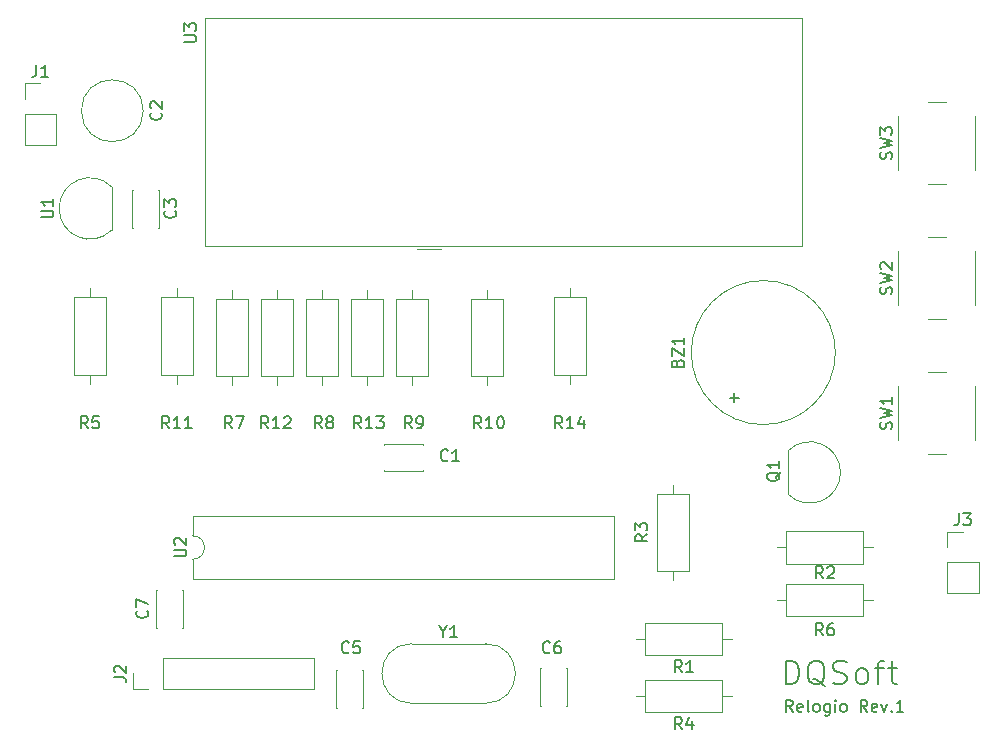
<source format=gbr>
G04 #@! TF.GenerationSoftware,KiCad,Pcbnew,(5.1.0)-1*
G04 #@! TF.CreationDate,2019-07-19T11:38:46-03:00*
G04 #@! TF.ProjectId,Capacimetro_v2,43617061-6369-46d6-9574-726f5f76322e,rev?*
G04 #@! TF.SameCoordinates,Original*
G04 #@! TF.FileFunction,Legend,Top*
G04 #@! TF.FilePolarity,Positive*
%FSLAX46Y46*%
G04 Gerber Fmt 4.6, Leading zero omitted, Abs format (unit mm)*
G04 Created by KiCad (PCBNEW (5.1.0)-1) date 2019-07-19 11:38:46*
%MOMM*%
%LPD*%
G04 APERTURE LIST*
%ADD10C,0.150000*%
%ADD11C,0.120000*%
G04 APERTURE END LIST*
D10*
X80836047Y-75509380D02*
X80502714Y-75033190D01*
X80264619Y-75509380D02*
X80264619Y-74509380D01*
X80645571Y-74509380D01*
X80740809Y-74557000D01*
X80788428Y-74604619D01*
X80836047Y-74699857D01*
X80836047Y-74842714D01*
X80788428Y-74937952D01*
X80740809Y-74985571D01*
X80645571Y-75033190D01*
X80264619Y-75033190D01*
X81645571Y-75461761D02*
X81550333Y-75509380D01*
X81359857Y-75509380D01*
X81264619Y-75461761D01*
X81217000Y-75366523D01*
X81217000Y-74985571D01*
X81264619Y-74890333D01*
X81359857Y-74842714D01*
X81550333Y-74842714D01*
X81645571Y-74890333D01*
X81693190Y-74985571D01*
X81693190Y-75080809D01*
X81217000Y-75176047D01*
X82264619Y-75509380D02*
X82169380Y-75461761D01*
X82121761Y-75366523D01*
X82121761Y-74509380D01*
X82788428Y-75509380D02*
X82693190Y-75461761D01*
X82645571Y-75414142D01*
X82597952Y-75318904D01*
X82597952Y-75033190D01*
X82645571Y-74937952D01*
X82693190Y-74890333D01*
X82788428Y-74842714D01*
X82931285Y-74842714D01*
X83026523Y-74890333D01*
X83074142Y-74937952D01*
X83121761Y-75033190D01*
X83121761Y-75318904D01*
X83074142Y-75414142D01*
X83026523Y-75461761D01*
X82931285Y-75509380D01*
X82788428Y-75509380D01*
X83978904Y-74842714D02*
X83978904Y-75652238D01*
X83931285Y-75747476D01*
X83883666Y-75795095D01*
X83788428Y-75842714D01*
X83645571Y-75842714D01*
X83550333Y-75795095D01*
X83978904Y-75461761D02*
X83883666Y-75509380D01*
X83693190Y-75509380D01*
X83597952Y-75461761D01*
X83550333Y-75414142D01*
X83502714Y-75318904D01*
X83502714Y-75033190D01*
X83550333Y-74937952D01*
X83597952Y-74890333D01*
X83693190Y-74842714D01*
X83883666Y-74842714D01*
X83978904Y-74890333D01*
X84455095Y-75509380D02*
X84455095Y-74842714D01*
X84455095Y-74509380D02*
X84407476Y-74557000D01*
X84455095Y-74604619D01*
X84502714Y-74557000D01*
X84455095Y-74509380D01*
X84455095Y-74604619D01*
X85074142Y-75509380D02*
X84978904Y-75461761D01*
X84931285Y-75414142D01*
X84883666Y-75318904D01*
X84883666Y-75033190D01*
X84931285Y-74937952D01*
X84978904Y-74890333D01*
X85074142Y-74842714D01*
X85217000Y-74842714D01*
X85312238Y-74890333D01*
X85359857Y-74937952D01*
X85407476Y-75033190D01*
X85407476Y-75318904D01*
X85359857Y-75414142D01*
X85312238Y-75461761D01*
X85217000Y-75509380D01*
X85074142Y-75509380D01*
X87169380Y-75509380D02*
X86836047Y-75033190D01*
X86597952Y-75509380D02*
X86597952Y-74509380D01*
X86978904Y-74509380D01*
X87074142Y-74557000D01*
X87121761Y-74604619D01*
X87169380Y-74699857D01*
X87169380Y-74842714D01*
X87121761Y-74937952D01*
X87074142Y-74985571D01*
X86978904Y-75033190D01*
X86597952Y-75033190D01*
X87978904Y-75461761D02*
X87883666Y-75509380D01*
X87693190Y-75509380D01*
X87597952Y-75461761D01*
X87550333Y-75366523D01*
X87550333Y-74985571D01*
X87597952Y-74890333D01*
X87693190Y-74842714D01*
X87883666Y-74842714D01*
X87978904Y-74890333D01*
X88026523Y-74985571D01*
X88026523Y-75080809D01*
X87550333Y-75176047D01*
X88359857Y-74842714D02*
X88597952Y-75509380D01*
X88836047Y-74842714D01*
X89217000Y-75414142D02*
X89264619Y-75461761D01*
X89217000Y-75509380D01*
X89169380Y-75461761D01*
X89217000Y-75414142D01*
X89217000Y-75509380D01*
X90217000Y-75509380D02*
X89645571Y-75509380D01*
X89931285Y-75509380D02*
X89931285Y-74509380D01*
X89836047Y-74652238D01*
X89740809Y-74747476D01*
X89645571Y-74795095D01*
X80264571Y-73167761D02*
X80264571Y-71167761D01*
X80740761Y-71167761D01*
X81026476Y-71263000D01*
X81216952Y-71453476D01*
X81312190Y-71643952D01*
X81407428Y-72024904D01*
X81407428Y-72310619D01*
X81312190Y-72691571D01*
X81216952Y-72882047D01*
X81026476Y-73072523D01*
X80740761Y-73167761D01*
X80264571Y-73167761D01*
X83597904Y-73358238D02*
X83407428Y-73263000D01*
X83216952Y-73072523D01*
X82931238Y-72786809D01*
X82740761Y-72691571D01*
X82550285Y-72691571D01*
X82645523Y-73167761D02*
X82455047Y-73072523D01*
X82264571Y-72882047D01*
X82169333Y-72501095D01*
X82169333Y-71834428D01*
X82264571Y-71453476D01*
X82455047Y-71263000D01*
X82645523Y-71167761D01*
X83026476Y-71167761D01*
X83216952Y-71263000D01*
X83407428Y-71453476D01*
X83502666Y-71834428D01*
X83502666Y-72501095D01*
X83407428Y-72882047D01*
X83216952Y-73072523D01*
X83026476Y-73167761D01*
X82645523Y-73167761D01*
X84264571Y-73072523D02*
X84550285Y-73167761D01*
X85026476Y-73167761D01*
X85216952Y-73072523D01*
X85312190Y-72977285D01*
X85407428Y-72786809D01*
X85407428Y-72596333D01*
X85312190Y-72405857D01*
X85216952Y-72310619D01*
X85026476Y-72215380D01*
X84645523Y-72120142D01*
X84455047Y-72024904D01*
X84359809Y-71929666D01*
X84264571Y-71739190D01*
X84264571Y-71548714D01*
X84359809Y-71358238D01*
X84455047Y-71263000D01*
X84645523Y-71167761D01*
X85121714Y-71167761D01*
X85407428Y-71263000D01*
X86550285Y-73167761D02*
X86359809Y-73072523D01*
X86264571Y-72977285D01*
X86169333Y-72786809D01*
X86169333Y-72215380D01*
X86264571Y-72024904D01*
X86359809Y-71929666D01*
X86550285Y-71834428D01*
X86836000Y-71834428D01*
X87026476Y-71929666D01*
X87121714Y-72024904D01*
X87216952Y-72215380D01*
X87216952Y-72786809D01*
X87121714Y-72977285D01*
X87026476Y-73072523D01*
X86836000Y-73167761D01*
X86550285Y-73167761D01*
X87788380Y-71834428D02*
X88550285Y-71834428D01*
X88074095Y-73167761D02*
X88074095Y-71453476D01*
X88169333Y-71263000D01*
X88359809Y-71167761D01*
X88550285Y-71167761D01*
X88931238Y-71834428D02*
X89693142Y-71834428D01*
X89216952Y-71167761D02*
X89216952Y-72882047D01*
X89312190Y-73072523D01*
X89502666Y-73167761D01*
X89693142Y-73167761D01*
D11*
X23186000Y-34693000D02*
X23186000Y-31093000D01*
X23174478Y-34731478D02*
G75*
G02X18736000Y-32893000I-1838478J1838478D01*
G01*
X23174478Y-31054522D02*
G75*
G03X18736000Y-32893000I-1838478J-1838478D01*
G01*
X22706000Y-40418000D02*
X19966000Y-40418000D01*
X19966000Y-40418000D02*
X19966000Y-46958000D01*
X19966000Y-46958000D02*
X22706000Y-46958000D01*
X22706000Y-46958000D02*
X22706000Y-40418000D01*
X21336000Y-39648000D02*
X21336000Y-40418000D01*
X21336000Y-47728000D02*
X21336000Y-46958000D01*
X80296000Y-60225000D02*
X80296000Y-62965000D01*
X80296000Y-62965000D02*
X86836000Y-62965000D01*
X86836000Y-62965000D02*
X86836000Y-60225000D01*
X86836000Y-60225000D02*
X80296000Y-60225000D01*
X79526000Y-61595000D02*
X80296000Y-61595000D01*
X87606000Y-61595000D02*
X86836000Y-61595000D01*
X96305000Y-52467000D02*
X96305000Y-47967000D01*
X92305000Y-53717000D02*
X93805000Y-53717000D01*
X89805000Y-47967000D02*
X89805000Y-52467000D01*
X93805000Y-46717000D02*
X92305000Y-46717000D01*
X31118000Y-36036000D02*
X31118000Y-16796000D01*
X31118000Y-36036000D02*
X81658000Y-36036000D01*
X81658000Y-36036000D02*
X81658000Y-16796000D01*
X81658000Y-16796000D02*
X31118000Y-16796000D01*
X49038000Y-36286000D02*
X51038000Y-36286000D01*
X30039000Y-60595000D02*
G75*
G02X30039000Y-62595000I0J-1000000D01*
G01*
X30039000Y-62595000D02*
X30039000Y-64245000D01*
X30039000Y-64245000D02*
X65719000Y-64245000D01*
X65719000Y-64245000D02*
X65719000Y-58945000D01*
X65719000Y-58945000D02*
X30039000Y-58945000D01*
X30039000Y-58945000D02*
X30039000Y-60595000D01*
X15815000Y-22292000D02*
X17145000Y-22292000D01*
X15815000Y-23622000D02*
X15815000Y-22292000D01*
X15815000Y-24892000D02*
X18475000Y-24892000D01*
X18475000Y-24892000D02*
X18475000Y-27492000D01*
X15815000Y-24892000D02*
X15815000Y-27492000D01*
X15815000Y-27492000D02*
X18475000Y-27492000D01*
X84459000Y-45095000D02*
G75*
G03X84459000Y-45095000I-6100000J0D01*
G01*
X46279000Y-52920000D02*
X46279000Y-52855000D01*
X46279000Y-55095000D02*
X46279000Y-55030000D01*
X49519000Y-52920000D02*
X49519000Y-52855000D01*
X49519000Y-55095000D02*
X49519000Y-55030000D01*
X49519000Y-52855000D02*
X46279000Y-52855000D01*
X49519000Y-55095000D02*
X46279000Y-55095000D01*
X25861000Y-24622000D02*
G75*
G03X25861000Y-24622000I-2620000J0D01*
G01*
X24915000Y-34533000D02*
X24915000Y-31293000D01*
X27155000Y-34533000D02*
X27155000Y-31293000D01*
X24915000Y-34533000D02*
X24980000Y-34533000D01*
X27090000Y-34533000D02*
X27155000Y-34533000D01*
X24915000Y-31293000D02*
X24980000Y-31293000D01*
X27090000Y-31293000D02*
X27155000Y-31293000D01*
X44362000Y-71933000D02*
X44427000Y-71933000D01*
X42187000Y-71933000D02*
X42252000Y-71933000D01*
X44362000Y-75173000D02*
X44427000Y-75173000D01*
X42187000Y-75173000D02*
X42252000Y-75173000D01*
X44427000Y-75173000D02*
X44427000Y-71933000D01*
X42187000Y-75173000D02*
X42187000Y-71933000D01*
X59459000Y-75046000D02*
X59459000Y-71806000D01*
X61699000Y-75046000D02*
X61699000Y-71806000D01*
X59459000Y-75046000D02*
X59524000Y-75046000D01*
X61634000Y-75046000D02*
X61699000Y-75046000D01*
X59459000Y-71806000D02*
X59524000Y-71806000D01*
X61634000Y-71806000D02*
X61699000Y-71806000D01*
X26947000Y-68402000D02*
X26947000Y-65162000D01*
X29187000Y-68402000D02*
X29187000Y-65162000D01*
X26947000Y-68402000D02*
X27012000Y-68402000D01*
X29122000Y-68402000D02*
X29187000Y-68402000D01*
X26947000Y-65162000D02*
X27012000Y-65162000D01*
X29122000Y-65162000D02*
X29187000Y-65162000D01*
X40319000Y-73593000D02*
X40319000Y-70933000D01*
X27559000Y-73593000D02*
X40319000Y-73593000D01*
X27559000Y-70933000D02*
X40319000Y-70933000D01*
X27559000Y-73593000D02*
X27559000Y-70933000D01*
X26289000Y-73593000D02*
X24959000Y-73593000D01*
X24959000Y-73593000D02*
X24959000Y-72263000D01*
X93920000Y-65465000D02*
X96580000Y-65465000D01*
X93920000Y-62865000D02*
X93920000Y-65465000D01*
X96580000Y-62865000D02*
X96580000Y-65465000D01*
X93920000Y-62865000D02*
X96580000Y-62865000D01*
X93920000Y-61595000D02*
X93920000Y-60265000D01*
X93920000Y-60265000D02*
X95250000Y-60265000D01*
X80446000Y-53445000D02*
X80446000Y-57045000D01*
X80457522Y-53406522D02*
G75*
G02X84896000Y-55245000I1838478J-1838478D01*
G01*
X80457522Y-57083478D02*
G75*
G03X84896000Y-55245000I1838478J1838478D01*
G01*
X67588000Y-69342000D02*
X68358000Y-69342000D01*
X75668000Y-69342000D02*
X74898000Y-69342000D01*
X68358000Y-70712000D02*
X74898000Y-70712000D01*
X68358000Y-67972000D02*
X68358000Y-70712000D01*
X74898000Y-67972000D02*
X68358000Y-67972000D01*
X74898000Y-70712000D02*
X74898000Y-67972000D01*
X72109000Y-57055000D02*
X69369000Y-57055000D01*
X69369000Y-57055000D02*
X69369000Y-63595000D01*
X69369000Y-63595000D02*
X72109000Y-63595000D01*
X72109000Y-63595000D02*
X72109000Y-57055000D01*
X70739000Y-56285000D02*
X70739000Y-57055000D01*
X70739000Y-64365000D02*
X70739000Y-63595000D01*
X67588000Y-74168000D02*
X68358000Y-74168000D01*
X75668000Y-74168000D02*
X74898000Y-74168000D01*
X68358000Y-75538000D02*
X74898000Y-75538000D01*
X68358000Y-72798000D02*
X68358000Y-75538000D01*
X74898000Y-72798000D02*
X68358000Y-72798000D01*
X74898000Y-75538000D02*
X74898000Y-72798000D01*
X80296000Y-64670000D02*
X80296000Y-67410000D01*
X80296000Y-67410000D02*
X86836000Y-67410000D01*
X86836000Y-67410000D02*
X86836000Y-64670000D01*
X86836000Y-64670000D02*
X80296000Y-64670000D01*
X79526000Y-66040000D02*
X80296000Y-66040000D01*
X87606000Y-66040000D02*
X86836000Y-66040000D01*
X34771000Y-40545000D02*
X32031000Y-40545000D01*
X32031000Y-40545000D02*
X32031000Y-47085000D01*
X32031000Y-47085000D02*
X34771000Y-47085000D01*
X34771000Y-47085000D02*
X34771000Y-40545000D01*
X33401000Y-39775000D02*
X33401000Y-40545000D01*
X33401000Y-47855000D02*
X33401000Y-47085000D01*
X42391000Y-40545000D02*
X39651000Y-40545000D01*
X39651000Y-40545000D02*
X39651000Y-47085000D01*
X39651000Y-47085000D02*
X42391000Y-47085000D01*
X42391000Y-47085000D02*
X42391000Y-40545000D01*
X41021000Y-39775000D02*
X41021000Y-40545000D01*
X41021000Y-47855000D02*
X41021000Y-47085000D01*
X48641000Y-47855000D02*
X48641000Y-47085000D01*
X48641000Y-39775000D02*
X48641000Y-40545000D01*
X50011000Y-47085000D02*
X50011000Y-40545000D01*
X47271000Y-47085000D02*
X50011000Y-47085000D01*
X47271000Y-40545000D02*
X47271000Y-47085000D01*
X50011000Y-40545000D02*
X47271000Y-40545000D01*
X54991000Y-39775000D02*
X54991000Y-40545000D01*
X54991000Y-47855000D02*
X54991000Y-47085000D01*
X53621000Y-40545000D02*
X53621000Y-47085000D01*
X56361000Y-40545000D02*
X53621000Y-40545000D01*
X56361000Y-47085000D02*
X56361000Y-40545000D01*
X53621000Y-47085000D02*
X56361000Y-47085000D01*
X28702000Y-47728000D02*
X28702000Y-46958000D01*
X28702000Y-39648000D02*
X28702000Y-40418000D01*
X30072000Y-46958000D02*
X30072000Y-40418000D01*
X27332000Y-46958000D02*
X30072000Y-46958000D01*
X27332000Y-40418000D02*
X27332000Y-46958000D01*
X30072000Y-40418000D02*
X27332000Y-40418000D01*
X37211000Y-47855000D02*
X37211000Y-47085000D01*
X37211000Y-39775000D02*
X37211000Y-40545000D01*
X38581000Y-47085000D02*
X38581000Y-40545000D01*
X35841000Y-47085000D02*
X38581000Y-47085000D01*
X35841000Y-40545000D02*
X35841000Y-47085000D01*
X38581000Y-40545000D02*
X35841000Y-40545000D01*
X44831000Y-47855000D02*
X44831000Y-47085000D01*
X44831000Y-39775000D02*
X44831000Y-40545000D01*
X46201000Y-47085000D02*
X46201000Y-40545000D01*
X43461000Y-47085000D02*
X46201000Y-47085000D01*
X43461000Y-40545000D02*
X43461000Y-47085000D01*
X46201000Y-40545000D02*
X43461000Y-40545000D01*
X63346000Y-40418000D02*
X60606000Y-40418000D01*
X60606000Y-40418000D02*
X60606000Y-46958000D01*
X60606000Y-46958000D02*
X63346000Y-46958000D01*
X63346000Y-46958000D02*
X63346000Y-40418000D01*
X61976000Y-39648000D02*
X61976000Y-40418000D01*
X61976000Y-47728000D02*
X61976000Y-46958000D01*
X93805000Y-35287000D02*
X92305000Y-35287000D01*
X89805000Y-36537000D02*
X89805000Y-41037000D01*
X92305000Y-42287000D02*
X93805000Y-42287000D01*
X96305000Y-41037000D02*
X96305000Y-36537000D01*
X96305000Y-29607000D02*
X96305000Y-25107000D01*
X92305000Y-30857000D02*
X93805000Y-30857000D01*
X89805000Y-25107000D02*
X89805000Y-29607000D01*
X93805000Y-23857000D02*
X92305000Y-23857000D01*
X48591000Y-69738000D02*
X54841000Y-69738000D01*
X48591000Y-74788000D02*
X54841000Y-74788000D01*
X48591000Y-74788000D02*
G75*
G02X48591000Y-69738000I0J2525000D01*
G01*
X54841000Y-74788000D02*
G75*
G03X54841000Y-69738000I0J2525000D01*
G01*
D10*
X17228380Y-33654904D02*
X18037904Y-33654904D01*
X18133142Y-33607285D01*
X18180761Y-33559666D01*
X18228380Y-33464428D01*
X18228380Y-33273952D01*
X18180761Y-33178714D01*
X18133142Y-33131095D01*
X18037904Y-33083476D01*
X17228380Y-33083476D01*
X18228380Y-32083476D02*
X18228380Y-32654904D01*
X18228380Y-32369190D02*
X17228380Y-32369190D01*
X17371238Y-32464428D01*
X17466476Y-32559666D01*
X17514095Y-32654904D01*
X21169333Y-51506380D02*
X20836000Y-51030190D01*
X20597904Y-51506380D02*
X20597904Y-50506380D01*
X20978857Y-50506380D01*
X21074095Y-50554000D01*
X21121714Y-50601619D01*
X21169333Y-50696857D01*
X21169333Y-50839714D01*
X21121714Y-50934952D01*
X21074095Y-50982571D01*
X20978857Y-51030190D01*
X20597904Y-51030190D01*
X22074095Y-50506380D02*
X21597904Y-50506380D01*
X21550285Y-50982571D01*
X21597904Y-50934952D01*
X21693142Y-50887333D01*
X21931238Y-50887333D01*
X22026476Y-50934952D01*
X22074095Y-50982571D01*
X22121714Y-51077809D01*
X22121714Y-51315904D01*
X22074095Y-51411142D01*
X22026476Y-51458761D01*
X21931238Y-51506380D01*
X21693142Y-51506380D01*
X21597904Y-51458761D01*
X21550285Y-51411142D01*
X83399333Y-64206380D02*
X83066000Y-63730190D01*
X82827904Y-64206380D02*
X82827904Y-63206380D01*
X83208857Y-63206380D01*
X83304095Y-63254000D01*
X83351714Y-63301619D01*
X83399333Y-63396857D01*
X83399333Y-63539714D01*
X83351714Y-63634952D01*
X83304095Y-63682571D01*
X83208857Y-63730190D01*
X82827904Y-63730190D01*
X83780285Y-63301619D02*
X83827904Y-63254000D01*
X83923142Y-63206380D01*
X84161238Y-63206380D01*
X84256476Y-63254000D01*
X84304095Y-63301619D01*
X84351714Y-63396857D01*
X84351714Y-63492095D01*
X84304095Y-63634952D01*
X83732666Y-64206380D01*
X84351714Y-64206380D01*
X89209761Y-51550333D02*
X89257380Y-51407476D01*
X89257380Y-51169380D01*
X89209761Y-51074142D01*
X89162142Y-51026523D01*
X89066904Y-50978904D01*
X88971666Y-50978904D01*
X88876428Y-51026523D01*
X88828809Y-51074142D01*
X88781190Y-51169380D01*
X88733571Y-51359857D01*
X88685952Y-51455095D01*
X88638333Y-51502714D01*
X88543095Y-51550333D01*
X88447857Y-51550333D01*
X88352619Y-51502714D01*
X88305000Y-51455095D01*
X88257380Y-51359857D01*
X88257380Y-51121761D01*
X88305000Y-50978904D01*
X88257380Y-50645571D02*
X89257380Y-50407476D01*
X88543095Y-50217000D01*
X89257380Y-50026523D01*
X88257380Y-49788428D01*
X89257380Y-48883666D02*
X89257380Y-49455095D01*
X89257380Y-49169380D02*
X88257380Y-49169380D01*
X88400238Y-49264619D01*
X88495476Y-49359857D01*
X88543095Y-49455095D01*
X29340380Y-18795904D02*
X30149904Y-18795904D01*
X30245142Y-18748285D01*
X30292761Y-18700666D01*
X30340380Y-18605428D01*
X30340380Y-18414952D01*
X30292761Y-18319714D01*
X30245142Y-18272095D01*
X30149904Y-18224476D01*
X29340380Y-18224476D01*
X29340380Y-17843523D02*
X29340380Y-17224476D01*
X29721333Y-17557809D01*
X29721333Y-17414952D01*
X29768952Y-17319714D01*
X29816571Y-17272095D01*
X29911809Y-17224476D01*
X30149904Y-17224476D01*
X30245142Y-17272095D01*
X30292761Y-17319714D01*
X30340380Y-17414952D01*
X30340380Y-17700666D01*
X30292761Y-17795904D01*
X30245142Y-17843523D01*
X28491380Y-62356904D02*
X29300904Y-62356904D01*
X29396142Y-62309285D01*
X29443761Y-62261666D01*
X29491380Y-62166428D01*
X29491380Y-61975952D01*
X29443761Y-61880714D01*
X29396142Y-61833095D01*
X29300904Y-61785476D01*
X28491380Y-61785476D01*
X28586619Y-61356904D02*
X28539000Y-61309285D01*
X28491380Y-61214047D01*
X28491380Y-60975952D01*
X28539000Y-60880714D01*
X28586619Y-60833095D01*
X28681857Y-60785476D01*
X28777095Y-60785476D01*
X28919952Y-60833095D01*
X29491380Y-61404523D01*
X29491380Y-60785476D01*
X16811666Y-20744380D02*
X16811666Y-21458666D01*
X16764047Y-21601523D01*
X16668809Y-21696761D01*
X16525952Y-21744380D01*
X16430714Y-21744380D01*
X17811666Y-21744380D02*
X17240238Y-21744380D01*
X17525952Y-21744380D02*
X17525952Y-20744380D01*
X17430714Y-20887238D01*
X17335476Y-20982476D01*
X17240238Y-21030095D01*
X71087571Y-45975952D02*
X71135190Y-45833095D01*
X71182809Y-45785476D01*
X71278047Y-45737857D01*
X71420904Y-45737857D01*
X71516142Y-45785476D01*
X71563761Y-45833095D01*
X71611380Y-45928333D01*
X71611380Y-46309285D01*
X70611380Y-46309285D01*
X70611380Y-45975952D01*
X70659000Y-45880714D01*
X70706619Y-45833095D01*
X70801857Y-45785476D01*
X70897095Y-45785476D01*
X70992333Y-45833095D01*
X71039952Y-45880714D01*
X71087571Y-45975952D01*
X71087571Y-46309285D01*
X70611380Y-45404523D02*
X70611380Y-44737857D01*
X71611380Y-45404523D01*
X71611380Y-44737857D01*
X71611380Y-43833095D02*
X71611380Y-44404523D01*
X71611380Y-44118809D02*
X70611380Y-44118809D01*
X70754238Y-44214047D01*
X70849476Y-44309285D01*
X70897095Y-44404523D01*
X75890428Y-49285952D02*
X75890428Y-48524047D01*
X76271380Y-48905000D02*
X75509476Y-48905000D01*
X51649333Y-54205142D02*
X51601714Y-54252761D01*
X51458857Y-54300380D01*
X51363619Y-54300380D01*
X51220761Y-54252761D01*
X51125523Y-54157523D01*
X51077904Y-54062285D01*
X51030285Y-53871809D01*
X51030285Y-53728952D01*
X51077904Y-53538476D01*
X51125523Y-53443238D01*
X51220761Y-53348000D01*
X51363619Y-53300380D01*
X51458857Y-53300380D01*
X51601714Y-53348000D01*
X51649333Y-53395619D01*
X52601714Y-54300380D02*
X52030285Y-54300380D01*
X52316000Y-54300380D02*
X52316000Y-53300380D01*
X52220761Y-53443238D01*
X52125523Y-53538476D01*
X52030285Y-53586095D01*
X27348142Y-24788666D02*
X27395761Y-24836285D01*
X27443380Y-24979142D01*
X27443380Y-25074380D01*
X27395761Y-25217238D01*
X27300523Y-25312476D01*
X27205285Y-25360095D01*
X27014809Y-25407714D01*
X26871952Y-25407714D01*
X26681476Y-25360095D01*
X26586238Y-25312476D01*
X26491000Y-25217238D01*
X26443380Y-25074380D01*
X26443380Y-24979142D01*
X26491000Y-24836285D01*
X26538619Y-24788666D01*
X26538619Y-24407714D02*
X26491000Y-24360095D01*
X26443380Y-24264857D01*
X26443380Y-24026761D01*
X26491000Y-23931523D01*
X26538619Y-23883904D01*
X26633857Y-23836285D01*
X26729095Y-23836285D01*
X26871952Y-23883904D01*
X27443380Y-24455333D01*
X27443380Y-23836285D01*
X28551142Y-33079666D02*
X28598761Y-33127285D01*
X28646380Y-33270142D01*
X28646380Y-33365380D01*
X28598761Y-33508238D01*
X28503523Y-33603476D01*
X28408285Y-33651095D01*
X28217809Y-33698714D01*
X28074952Y-33698714D01*
X27884476Y-33651095D01*
X27789238Y-33603476D01*
X27694000Y-33508238D01*
X27646380Y-33365380D01*
X27646380Y-33270142D01*
X27694000Y-33127285D01*
X27741619Y-33079666D01*
X27646380Y-32746333D02*
X27646380Y-32127285D01*
X28027333Y-32460619D01*
X28027333Y-32317761D01*
X28074952Y-32222523D01*
X28122571Y-32174904D01*
X28217809Y-32127285D01*
X28455904Y-32127285D01*
X28551142Y-32174904D01*
X28598761Y-32222523D01*
X28646380Y-32317761D01*
X28646380Y-32603476D01*
X28598761Y-32698714D01*
X28551142Y-32746333D01*
X43267333Y-70461142D02*
X43219714Y-70508761D01*
X43076857Y-70556380D01*
X42981619Y-70556380D01*
X42838761Y-70508761D01*
X42743523Y-70413523D01*
X42695904Y-70318285D01*
X42648285Y-70127809D01*
X42648285Y-69984952D01*
X42695904Y-69794476D01*
X42743523Y-69699238D01*
X42838761Y-69604000D01*
X42981619Y-69556380D01*
X43076857Y-69556380D01*
X43219714Y-69604000D01*
X43267333Y-69651619D01*
X44172095Y-69556380D02*
X43695904Y-69556380D01*
X43648285Y-70032571D01*
X43695904Y-69984952D01*
X43791142Y-69937333D01*
X44029238Y-69937333D01*
X44124476Y-69984952D01*
X44172095Y-70032571D01*
X44219714Y-70127809D01*
X44219714Y-70365904D01*
X44172095Y-70461142D01*
X44124476Y-70508761D01*
X44029238Y-70556380D01*
X43791142Y-70556380D01*
X43695904Y-70508761D01*
X43648285Y-70461142D01*
X60285333Y-70461142D02*
X60237714Y-70508761D01*
X60094857Y-70556380D01*
X59999619Y-70556380D01*
X59856761Y-70508761D01*
X59761523Y-70413523D01*
X59713904Y-70318285D01*
X59666285Y-70127809D01*
X59666285Y-69984952D01*
X59713904Y-69794476D01*
X59761523Y-69699238D01*
X59856761Y-69604000D01*
X59999619Y-69556380D01*
X60094857Y-69556380D01*
X60237714Y-69604000D01*
X60285333Y-69651619D01*
X61142476Y-69556380D02*
X60952000Y-69556380D01*
X60856761Y-69604000D01*
X60809142Y-69651619D01*
X60713904Y-69794476D01*
X60666285Y-69984952D01*
X60666285Y-70365904D01*
X60713904Y-70461142D01*
X60761523Y-70508761D01*
X60856761Y-70556380D01*
X61047238Y-70556380D01*
X61142476Y-70508761D01*
X61190095Y-70461142D01*
X61237714Y-70365904D01*
X61237714Y-70127809D01*
X61190095Y-70032571D01*
X61142476Y-69984952D01*
X61047238Y-69937333D01*
X60856761Y-69937333D01*
X60761523Y-69984952D01*
X60713904Y-70032571D01*
X60666285Y-70127809D01*
X26174142Y-66948666D02*
X26221761Y-66996285D01*
X26269380Y-67139142D01*
X26269380Y-67234380D01*
X26221761Y-67377238D01*
X26126523Y-67472476D01*
X26031285Y-67520095D01*
X25840809Y-67567714D01*
X25697952Y-67567714D01*
X25507476Y-67520095D01*
X25412238Y-67472476D01*
X25317000Y-67377238D01*
X25269380Y-67234380D01*
X25269380Y-67139142D01*
X25317000Y-66996285D01*
X25364619Y-66948666D01*
X25269380Y-66615333D02*
X25269380Y-65948666D01*
X26269380Y-66377238D01*
X23411380Y-72596333D02*
X24125666Y-72596333D01*
X24268523Y-72643952D01*
X24363761Y-72739190D01*
X24411380Y-72882047D01*
X24411380Y-72977285D01*
X23506619Y-72167761D02*
X23459000Y-72120142D01*
X23411380Y-72024904D01*
X23411380Y-71786809D01*
X23459000Y-71691571D01*
X23506619Y-71643952D01*
X23601857Y-71596333D01*
X23697095Y-71596333D01*
X23839952Y-71643952D01*
X24411380Y-72215380D01*
X24411380Y-71596333D01*
X94916666Y-58717380D02*
X94916666Y-59431666D01*
X94869047Y-59574523D01*
X94773809Y-59669761D01*
X94630952Y-59717380D01*
X94535714Y-59717380D01*
X95297619Y-58717380D02*
X95916666Y-58717380D01*
X95583333Y-59098333D01*
X95726190Y-59098333D01*
X95821428Y-59145952D01*
X95869047Y-59193571D01*
X95916666Y-59288809D01*
X95916666Y-59526904D01*
X95869047Y-59622142D01*
X95821428Y-59669761D01*
X95726190Y-59717380D01*
X95440476Y-59717380D01*
X95345238Y-59669761D01*
X95297619Y-59622142D01*
X79795619Y-55213238D02*
X79748000Y-55308476D01*
X79652761Y-55403714D01*
X79509904Y-55546571D01*
X79462285Y-55641809D01*
X79462285Y-55737047D01*
X79700380Y-55689428D02*
X79652761Y-55784666D01*
X79557523Y-55879904D01*
X79367047Y-55927523D01*
X79033714Y-55927523D01*
X78843238Y-55879904D01*
X78748000Y-55784666D01*
X78700380Y-55689428D01*
X78700380Y-55498952D01*
X78748000Y-55403714D01*
X78843238Y-55308476D01*
X79033714Y-55260857D01*
X79367047Y-55260857D01*
X79557523Y-55308476D01*
X79652761Y-55403714D01*
X79700380Y-55498952D01*
X79700380Y-55689428D01*
X79700380Y-54308476D02*
X79700380Y-54879904D01*
X79700380Y-54594190D02*
X78700380Y-54594190D01*
X78843238Y-54689428D01*
X78938476Y-54784666D01*
X78986095Y-54879904D01*
X71461333Y-72164380D02*
X71128000Y-71688190D01*
X70889904Y-72164380D02*
X70889904Y-71164380D01*
X71270857Y-71164380D01*
X71366095Y-71212000D01*
X71413714Y-71259619D01*
X71461333Y-71354857D01*
X71461333Y-71497714D01*
X71413714Y-71592952D01*
X71366095Y-71640571D01*
X71270857Y-71688190D01*
X70889904Y-71688190D01*
X72413714Y-72164380D02*
X71842285Y-72164380D01*
X72128000Y-72164380D02*
X72128000Y-71164380D01*
X72032761Y-71307238D01*
X71937523Y-71402476D01*
X71842285Y-71450095D01*
X68524380Y-60491666D02*
X68048190Y-60825000D01*
X68524380Y-61063095D02*
X67524380Y-61063095D01*
X67524380Y-60682142D01*
X67572000Y-60586904D01*
X67619619Y-60539285D01*
X67714857Y-60491666D01*
X67857714Y-60491666D01*
X67952952Y-60539285D01*
X68000571Y-60586904D01*
X68048190Y-60682142D01*
X68048190Y-61063095D01*
X67524380Y-60158333D02*
X67524380Y-59539285D01*
X67905333Y-59872619D01*
X67905333Y-59729761D01*
X67952952Y-59634523D01*
X68000571Y-59586904D01*
X68095809Y-59539285D01*
X68333904Y-59539285D01*
X68429142Y-59586904D01*
X68476761Y-59634523D01*
X68524380Y-59729761D01*
X68524380Y-60015476D01*
X68476761Y-60110714D01*
X68429142Y-60158333D01*
X71461333Y-76990380D02*
X71128000Y-76514190D01*
X70889904Y-76990380D02*
X70889904Y-75990380D01*
X71270857Y-75990380D01*
X71366095Y-76038000D01*
X71413714Y-76085619D01*
X71461333Y-76180857D01*
X71461333Y-76323714D01*
X71413714Y-76418952D01*
X71366095Y-76466571D01*
X71270857Y-76514190D01*
X70889904Y-76514190D01*
X72318476Y-76323714D02*
X72318476Y-76990380D01*
X72080380Y-75942761D02*
X71842285Y-76657047D01*
X72461333Y-76657047D01*
X83399333Y-69032380D02*
X83066000Y-68556190D01*
X82827904Y-69032380D02*
X82827904Y-68032380D01*
X83208857Y-68032380D01*
X83304095Y-68080000D01*
X83351714Y-68127619D01*
X83399333Y-68222857D01*
X83399333Y-68365714D01*
X83351714Y-68460952D01*
X83304095Y-68508571D01*
X83208857Y-68556190D01*
X82827904Y-68556190D01*
X84256476Y-68032380D02*
X84066000Y-68032380D01*
X83970761Y-68080000D01*
X83923142Y-68127619D01*
X83827904Y-68270476D01*
X83780285Y-68460952D01*
X83780285Y-68841904D01*
X83827904Y-68937142D01*
X83875523Y-68984761D01*
X83970761Y-69032380D01*
X84161238Y-69032380D01*
X84256476Y-68984761D01*
X84304095Y-68937142D01*
X84351714Y-68841904D01*
X84351714Y-68603809D01*
X84304095Y-68508571D01*
X84256476Y-68460952D01*
X84161238Y-68413333D01*
X83970761Y-68413333D01*
X83875523Y-68460952D01*
X83827904Y-68508571D01*
X83780285Y-68603809D01*
X33361333Y-51506380D02*
X33028000Y-51030190D01*
X32789904Y-51506380D02*
X32789904Y-50506380D01*
X33170857Y-50506380D01*
X33266095Y-50554000D01*
X33313714Y-50601619D01*
X33361333Y-50696857D01*
X33361333Y-50839714D01*
X33313714Y-50934952D01*
X33266095Y-50982571D01*
X33170857Y-51030190D01*
X32789904Y-51030190D01*
X33694666Y-50506380D02*
X34361333Y-50506380D01*
X33932761Y-51506380D01*
X40981333Y-51506380D02*
X40648000Y-51030190D01*
X40409904Y-51506380D02*
X40409904Y-50506380D01*
X40790857Y-50506380D01*
X40886095Y-50554000D01*
X40933714Y-50601619D01*
X40981333Y-50696857D01*
X40981333Y-50839714D01*
X40933714Y-50934952D01*
X40886095Y-50982571D01*
X40790857Y-51030190D01*
X40409904Y-51030190D01*
X41552761Y-50934952D02*
X41457523Y-50887333D01*
X41409904Y-50839714D01*
X41362285Y-50744476D01*
X41362285Y-50696857D01*
X41409904Y-50601619D01*
X41457523Y-50554000D01*
X41552761Y-50506380D01*
X41743238Y-50506380D01*
X41838476Y-50554000D01*
X41886095Y-50601619D01*
X41933714Y-50696857D01*
X41933714Y-50744476D01*
X41886095Y-50839714D01*
X41838476Y-50887333D01*
X41743238Y-50934952D01*
X41552761Y-50934952D01*
X41457523Y-50982571D01*
X41409904Y-51030190D01*
X41362285Y-51125428D01*
X41362285Y-51315904D01*
X41409904Y-51411142D01*
X41457523Y-51458761D01*
X41552761Y-51506380D01*
X41743238Y-51506380D01*
X41838476Y-51458761D01*
X41886095Y-51411142D01*
X41933714Y-51315904D01*
X41933714Y-51125428D01*
X41886095Y-51030190D01*
X41838476Y-50982571D01*
X41743238Y-50934952D01*
X48601333Y-51506380D02*
X48268000Y-51030190D01*
X48029904Y-51506380D02*
X48029904Y-50506380D01*
X48410857Y-50506380D01*
X48506095Y-50554000D01*
X48553714Y-50601619D01*
X48601333Y-50696857D01*
X48601333Y-50839714D01*
X48553714Y-50934952D01*
X48506095Y-50982571D01*
X48410857Y-51030190D01*
X48029904Y-51030190D01*
X49077523Y-51506380D02*
X49268000Y-51506380D01*
X49363238Y-51458761D01*
X49410857Y-51411142D01*
X49506095Y-51268285D01*
X49553714Y-51077809D01*
X49553714Y-50696857D01*
X49506095Y-50601619D01*
X49458476Y-50554000D01*
X49363238Y-50506380D01*
X49172761Y-50506380D01*
X49077523Y-50554000D01*
X49029904Y-50601619D01*
X48982285Y-50696857D01*
X48982285Y-50934952D01*
X49029904Y-51030190D01*
X49077523Y-51077809D01*
X49172761Y-51125428D01*
X49363238Y-51125428D01*
X49458476Y-51077809D01*
X49506095Y-51030190D01*
X49553714Y-50934952D01*
X54475142Y-51506380D02*
X54141809Y-51030190D01*
X53903714Y-51506380D02*
X53903714Y-50506380D01*
X54284666Y-50506380D01*
X54379904Y-50554000D01*
X54427523Y-50601619D01*
X54475142Y-50696857D01*
X54475142Y-50839714D01*
X54427523Y-50934952D01*
X54379904Y-50982571D01*
X54284666Y-51030190D01*
X53903714Y-51030190D01*
X55427523Y-51506380D02*
X54856095Y-51506380D01*
X55141809Y-51506380D02*
X55141809Y-50506380D01*
X55046571Y-50649238D01*
X54951333Y-50744476D01*
X54856095Y-50792095D01*
X56046571Y-50506380D02*
X56141809Y-50506380D01*
X56237047Y-50554000D01*
X56284666Y-50601619D01*
X56332285Y-50696857D01*
X56379904Y-50887333D01*
X56379904Y-51125428D01*
X56332285Y-51315904D01*
X56284666Y-51411142D01*
X56237047Y-51458761D01*
X56141809Y-51506380D01*
X56046571Y-51506380D01*
X55951333Y-51458761D01*
X55903714Y-51411142D01*
X55856095Y-51315904D01*
X55808476Y-51125428D01*
X55808476Y-50887333D01*
X55856095Y-50696857D01*
X55903714Y-50601619D01*
X55951333Y-50554000D01*
X56046571Y-50506380D01*
X28059142Y-51506380D02*
X27725809Y-51030190D01*
X27487714Y-51506380D02*
X27487714Y-50506380D01*
X27868666Y-50506380D01*
X27963904Y-50554000D01*
X28011523Y-50601619D01*
X28059142Y-50696857D01*
X28059142Y-50839714D01*
X28011523Y-50934952D01*
X27963904Y-50982571D01*
X27868666Y-51030190D01*
X27487714Y-51030190D01*
X29011523Y-51506380D02*
X28440095Y-51506380D01*
X28725809Y-51506380D02*
X28725809Y-50506380D01*
X28630571Y-50649238D01*
X28535333Y-50744476D01*
X28440095Y-50792095D01*
X29963904Y-51506380D02*
X29392476Y-51506380D01*
X29678190Y-51506380D02*
X29678190Y-50506380D01*
X29582952Y-50649238D01*
X29487714Y-50744476D01*
X29392476Y-50792095D01*
X36441142Y-51506380D02*
X36107809Y-51030190D01*
X35869714Y-51506380D02*
X35869714Y-50506380D01*
X36250666Y-50506380D01*
X36345904Y-50554000D01*
X36393523Y-50601619D01*
X36441142Y-50696857D01*
X36441142Y-50839714D01*
X36393523Y-50934952D01*
X36345904Y-50982571D01*
X36250666Y-51030190D01*
X35869714Y-51030190D01*
X37393523Y-51506380D02*
X36822095Y-51506380D01*
X37107809Y-51506380D02*
X37107809Y-50506380D01*
X37012571Y-50649238D01*
X36917333Y-50744476D01*
X36822095Y-50792095D01*
X37774476Y-50601619D02*
X37822095Y-50554000D01*
X37917333Y-50506380D01*
X38155428Y-50506380D01*
X38250666Y-50554000D01*
X38298285Y-50601619D01*
X38345904Y-50696857D01*
X38345904Y-50792095D01*
X38298285Y-50934952D01*
X37726857Y-51506380D01*
X38345904Y-51506380D01*
X44315142Y-51506380D02*
X43981809Y-51030190D01*
X43743714Y-51506380D02*
X43743714Y-50506380D01*
X44124666Y-50506380D01*
X44219904Y-50554000D01*
X44267523Y-50601619D01*
X44315142Y-50696857D01*
X44315142Y-50839714D01*
X44267523Y-50934952D01*
X44219904Y-50982571D01*
X44124666Y-51030190D01*
X43743714Y-51030190D01*
X45267523Y-51506380D02*
X44696095Y-51506380D01*
X44981809Y-51506380D02*
X44981809Y-50506380D01*
X44886571Y-50649238D01*
X44791333Y-50744476D01*
X44696095Y-50792095D01*
X45600857Y-50506380D02*
X46219904Y-50506380D01*
X45886571Y-50887333D01*
X46029428Y-50887333D01*
X46124666Y-50934952D01*
X46172285Y-50982571D01*
X46219904Y-51077809D01*
X46219904Y-51315904D01*
X46172285Y-51411142D01*
X46124666Y-51458761D01*
X46029428Y-51506380D01*
X45743714Y-51506380D01*
X45648476Y-51458761D01*
X45600857Y-51411142D01*
X61333142Y-51506380D02*
X60999809Y-51030190D01*
X60761714Y-51506380D02*
X60761714Y-50506380D01*
X61142666Y-50506380D01*
X61237904Y-50554000D01*
X61285523Y-50601619D01*
X61333142Y-50696857D01*
X61333142Y-50839714D01*
X61285523Y-50934952D01*
X61237904Y-50982571D01*
X61142666Y-51030190D01*
X60761714Y-51030190D01*
X62285523Y-51506380D02*
X61714095Y-51506380D01*
X61999809Y-51506380D02*
X61999809Y-50506380D01*
X61904571Y-50649238D01*
X61809333Y-50744476D01*
X61714095Y-50792095D01*
X63142666Y-50839714D02*
X63142666Y-51506380D01*
X62904571Y-50458761D02*
X62666476Y-51173047D01*
X63285523Y-51173047D01*
X89209761Y-40120333D02*
X89257380Y-39977476D01*
X89257380Y-39739380D01*
X89209761Y-39644142D01*
X89162142Y-39596523D01*
X89066904Y-39548904D01*
X88971666Y-39548904D01*
X88876428Y-39596523D01*
X88828809Y-39644142D01*
X88781190Y-39739380D01*
X88733571Y-39929857D01*
X88685952Y-40025095D01*
X88638333Y-40072714D01*
X88543095Y-40120333D01*
X88447857Y-40120333D01*
X88352619Y-40072714D01*
X88305000Y-40025095D01*
X88257380Y-39929857D01*
X88257380Y-39691761D01*
X88305000Y-39548904D01*
X88257380Y-39215571D02*
X89257380Y-38977476D01*
X88543095Y-38787000D01*
X89257380Y-38596523D01*
X88257380Y-38358428D01*
X88352619Y-38025095D02*
X88305000Y-37977476D01*
X88257380Y-37882238D01*
X88257380Y-37644142D01*
X88305000Y-37548904D01*
X88352619Y-37501285D01*
X88447857Y-37453666D01*
X88543095Y-37453666D01*
X88685952Y-37501285D01*
X89257380Y-38072714D01*
X89257380Y-37453666D01*
X89209761Y-28690333D02*
X89257380Y-28547476D01*
X89257380Y-28309380D01*
X89209761Y-28214142D01*
X89162142Y-28166523D01*
X89066904Y-28118904D01*
X88971666Y-28118904D01*
X88876428Y-28166523D01*
X88828809Y-28214142D01*
X88781190Y-28309380D01*
X88733571Y-28499857D01*
X88685952Y-28595095D01*
X88638333Y-28642714D01*
X88543095Y-28690333D01*
X88447857Y-28690333D01*
X88352619Y-28642714D01*
X88305000Y-28595095D01*
X88257380Y-28499857D01*
X88257380Y-28261761D01*
X88305000Y-28118904D01*
X88257380Y-27785571D02*
X89257380Y-27547476D01*
X88543095Y-27357000D01*
X89257380Y-27166523D01*
X88257380Y-26928428D01*
X88257380Y-26642714D02*
X88257380Y-26023666D01*
X88638333Y-26357000D01*
X88638333Y-26214142D01*
X88685952Y-26118904D01*
X88733571Y-26071285D01*
X88828809Y-26023666D01*
X89066904Y-26023666D01*
X89162142Y-26071285D01*
X89209761Y-26118904D01*
X89257380Y-26214142D01*
X89257380Y-26499857D01*
X89209761Y-26595095D01*
X89162142Y-26642714D01*
X51239809Y-68714190D02*
X51239809Y-69190380D01*
X50906476Y-68190380D02*
X51239809Y-68714190D01*
X51573142Y-68190380D01*
X52430285Y-69190380D02*
X51858857Y-69190380D01*
X52144571Y-69190380D02*
X52144571Y-68190380D01*
X52049333Y-68333238D01*
X51954095Y-68428476D01*
X51858857Y-68476095D01*
M02*

</source>
